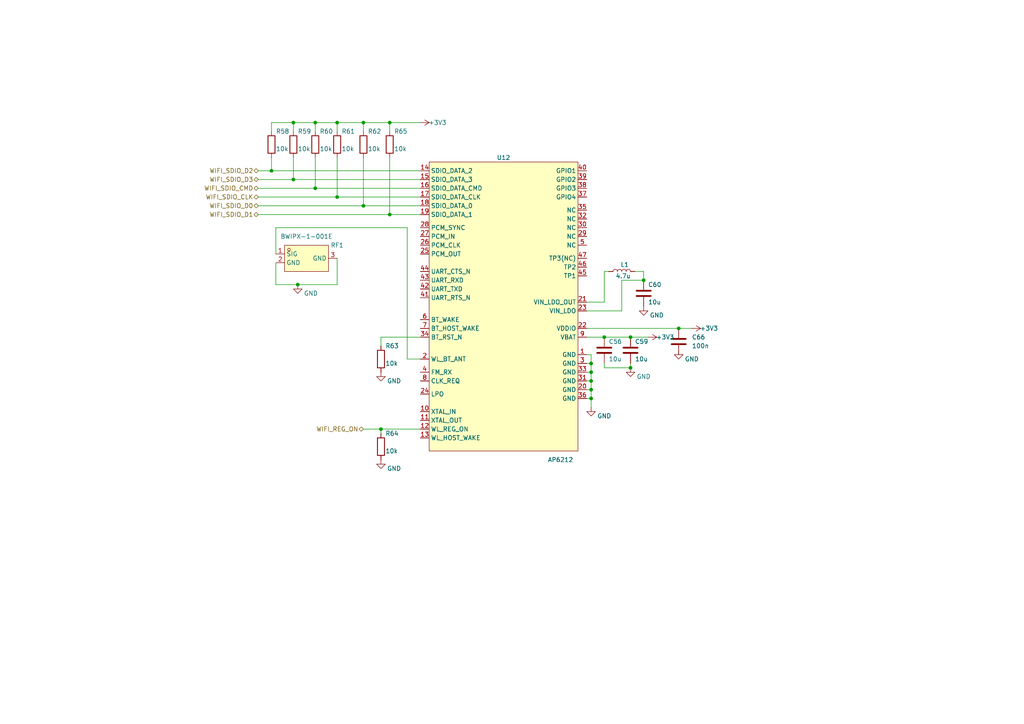
<source format=kicad_sch>
(kicad_sch (version 20211123) (generator eeschema)
  (paper "A4")
  (lib_symbols
    (symbol "C_19" (pin_numbers hide) (pin_names (offset 0.254))
      (property "Reference" "C" (at 0.635 2.54 0))
      (property "Value" "C_19" (at 0.635 -2.54 0))
      (symbol "C_19_0_1"
        (polyline (pts (xy -2.032 -0.762) (xy 2.032 -0.762)) (stroke (width 0.508)))
        (polyline (pts (xy -2.032 0.762) (xy 2.032 0.762)) (stroke (width 0.508)))
      )
      (symbol "C_19_1_1"
        (pin passive line (at 0 3.81 270) (length 2.794) (name "~") (number "1"))
        (pin passive line (at 0 -3.81 90) (length 2.794) (name "~") (number "2"))
      )
    )
    (symbol "C_7" (pin_numbers hide) (pin_names (offset 0.254))
      (property "Reference" "C" (at 0.635 2.54 0))
      (property "Value" "C_7" (at 0.635 -2.54 0))
      (symbol "C_7_0_1"
        (polyline (pts (xy -2.032 -0.762) (xy 2.032 -0.762)) (stroke (width 0.508)))
        (polyline (pts (xy -2.032 0.762) (xy 2.032 0.762)) (stroke (width 0.508)))
      )
      (symbol "C_7_1_1"
        (pin passive line (at 0 3.81 270) (length 2.794) (name "~") (number "1"))
        (pin passive line (at 0 -3.81 90) (length 2.794) (name "~") (number "2"))
      )
    )
    (symbol "power:+3V3" (power) (pin_names (offset 0))
      (property "Value" "+3V3" (at 0 3.556 0))
      (symbol "+3V3_0_1"
        (polyline (pts (xy -0.762 1.27) (xy 0 2.54)))
        (polyline (pts (xy 0 0) (xy 0 2.54)))
        (polyline (pts (xy 0 2.54) (xy 0.762 1.27)))
      )
      (symbol "+3V3_1_1"
        (pin power_in line (at 0 0 90) (length 0) hide (name "+3V3") (number "1"))
      )
    )
    (symbol "power:GND" (power) (pin_names (offset 0))
      (property "Value" "GND" (at 0 -3.81 0))
      (symbol "GND_0_1"
        (polyline (pts (xy 0 0) (xy 0 -1.27) (xy 1.27 -1.27) (xy 0 -2.54) (xy -1.27 -1.27) (xy 0 -1.27)))
      )
      (symbol "GND_1_1"
        (pin power_in line (at 0 0 270) (length 0) hide (name "GND") (number "1"))
      )
    )
    (symbol "rlib_connectors:BWIPX-1-001E"
      (property "Reference" "RF" (at 0 6.35 0))
      (property "Value" "BWIPX-1-001E" (at 0 -6.35 0))
      (symbol "BWIPX-1-001E_0_1"
        (rectangle (start -6.35 3.81) (end 6.35 -3.81) (fill (type background)))
        (circle (center -5.08 2.54) (radius 0.38))
        (pin unspecified line (at -8.89 1.27 0) (length 2.54) (name "SIG") (number "1"))
        (pin unspecified line (at -8.89 -1.27 0) (length 2.54) (name "GND") (number "2"))
        (pin unspecified line (at 8.89 0 180) (length 2.54) (name "GND") (number "3"))
      )
    )
    (symbol "rlib_modules:AP6212"
      (property "Reference" "U" (at 0 33.02 0))
      (property "Value" "AP6212" (at 0 -59.69 0))
      (symbol "AP6212_0_1"
        (rectangle (start -21.59 31.75) (end 21.59 -52.07) (fill (type background)))
        (pin unspecified line (at 24.13 -24.13 180) (length 2.54) (name "GND") (number "1"))
        (pin unspecified line (at -24.13 -40.64 0) (length 2.54) (name "XTAL_IN") (number "10"))
        (pin unspecified line (at -24.13 -43.18 0) (length 2.54) (name "XTAL_OUT") (number "11"))
        (pin unspecified line (at -24.13 -45.72 0) (length 2.54) (name "WL_REG_ON") (number "12"))
        (pin unspecified line (at -24.13 -48.26 0) (length 2.54) (name "WL_HOST_WAKE") (number "13"))
        (pin unspecified line (at -24.13 29.21 0) (length 2.54) (name "SDIO_DATA_2") (number "14"))
        (pin unspecified line (at -24.13 26.67 0) (length 2.54) (name "SDIO_DATA_3") (number "15"))
        (pin unspecified line (at -24.13 24.13 0) (length 2.54) (name "SDIO_DATA_CMD") (number "16"))
        (pin unspecified line (at -24.13 21.59 0) (length 2.54) (name "SDIO_DATA_CLK") (number "17"))
        (pin unspecified line (at -24.13 19.05 0) (length 2.54) (name "SDIO_DATA_0") (number "18"))
        (pin unspecified line (at -24.13 16.51 0) (length 2.54) (name "SDIO_DATA_1") (number "19"))
        (pin unspecified line (at -24.13 -25.4 0) (length 2.54) (name "WL_BT_ANT") (number "2"))
        (pin unspecified line (at 24.13 -34.29 180) (length 2.54) (name "GND") (number "20"))
        (pin unspecified line (at 24.13 -8.89 180) (length 2.54) (name "VIN_LDO_OUT") (number "21"))
        (pin unspecified line (at 24.13 -16.51 180) (length 2.54) (name "VDDIO") (number "22"))
        (pin unspecified line (at 24.13 -11.43 180) (length 2.54) (name "VIN_LDO") (number "23"))
        (pin unspecified line (at -24.13 -35.56 0) (length 2.54) (name "LPO") (number "24"))
        (pin unspecified line (at -24.13 5.08 0) (length 2.54) (name "PCM_OUT") (number "25"))
        (pin unspecified line (at -24.13 7.62 0) (length 2.54) (name "PCM_CLK") (number "26"))
        (pin unspecified line (at -24.13 10.16 0) (length 2.54) (name "PCM_IN") (number "27"))
        (pin unspecified line (at -24.13 12.7 0) (length 2.54) (name "PCM_SYNC") (number "28"))
        (pin unspecified line (at 24.13 10.16 180) (length 2.54) (name "NC") (number "29"))
        (pin unspecified line (at 24.13 -26.67 180) (length 2.54) (name "GND") (number "3"))
        (pin unspecified line (at 24.13 12.7 180) (length 2.54) (name "NC") (number "30"))
        (pin unspecified line (at 24.13 -31.75 180) (length 2.54) (name "GND") (number "31"))
        (pin unspecified line (at 24.13 15.24 180) (length 2.54) (name "NC") (number "32"))
        (pin unspecified line (at 24.13 -29.21 180) (length 2.54) (name "GND") (number "33"))
        (pin unspecified line (at -24.13 -19.05 0) (length 2.54) (name "BT_RST_N") (number "34"))
        (pin unspecified line (at 24.13 17.78 180) (length 2.54) (name "NC") (number "35"))
        (pin unspecified line (at 24.13 -36.83 180) (length 2.54) (name "GND") (number "36"))
        (pin unspecified line (at 24.13 21.59 180) (length 2.54) (name "GPIO4") (number "37"))
        (pin unspecified line (at 24.13 24.13 180) (length 2.54) (name "GPIO3") (number "38"))
        (pin unspecified line (at 24.13 26.67 180) (length 2.54) (name "GPIO2") (number "39"))
        (pin unspecified line (at -24.13 -29.21 0) (length 2.54) (name "FM_RX") (number "4"))
        (pin unspecified line (at 24.13 29.21 180) (length 2.54) (name "GPIO1") (number "40"))
        (pin unspecified line (at -24.13 -7.62 0) (length 2.54) (name "UART_RTS_N") (number "41"))
        (pin unspecified line (at -24.13 -5.08 0) (length 2.54) (name "UART_TXD") (number "42"))
        (pin unspecified line (at -24.13 -2.54 0) (length 2.54) (name "UART_RXD") (number "43"))
        (pin unspecified line (at -24.13 0 0) (length 2.54) (name "UART_CTS_N") (number "44"))
        (pin unspecified line (at 24.13 -1.27 180) (length 2.54) (name "TP1") (number "45"))
        (pin unspecified line (at 24.13 1.27 180) (length 2.54) (name "TP2") (number "46"))
        (pin unspecified line (at 24.13 3.81 180) (length 2.54) (name "TP3(NC)") (number "47"))
        (pin unspecified line (at 24.13 7.62 180) (length 2.54) (name "NC") (number "5"))
        (pin unspecified line (at -24.13 -13.97 0) (length 2.54) (name "BT_WAKE") (number "6"))
        (pin unspecified line (at -24.13 -16.51 0) (length 2.54) (name "BT_HOST_WAKE") (number "7"))
        (pin unspecified line (at -24.13 -31.75 0) (length 2.54) (name "CLK_REQ") (number "8"))
        (pin unspecified line (at 24.13 -19.05 180) (length 2.54) (name "VBAT") (number "9"))
      )
    )
    (symbol "rlib_passive:L" (pin_numbers hide) (pin_names (offset 1.016) hide)
      (property "Reference" "L" (at -1.27 0 90))
      (property "Value" "L" (at 1.905 0 90))
      (symbol "L_0_1"
        (arc (start 0 -2.54) (mid 0.635 -1.905) (end 0 -1.27))
        (arc (start 0 -1.27) (mid 0.635 -0.635) (end 0 0))
        (arc (start 0 0) (mid 0.635 0.635) (end 0 1.27))
        (arc (start 0 1.27) (mid 0.635 1.905) (end 0 2.54))
      )
      (symbol "L_1_1"
        (pin passive line (at 0 3.81 270) (length 1.27) (name "1") (number "1"))
        (pin passive line (at 0 -3.81 90) (length 1.27) (name "2") (number "2"))
      )
    )
    (symbol "rlib_passive:R" (pin_numbers hide) (pin_names (offset 0))
      (property "Reference" "R" (at 2.032 0 90))
      (property "Value" "R" (at 0 0 90))
      (symbol "R_0_1"
        (rectangle (start -1.016 -2.54) (end 1.016 2.54) (stroke (width 0.254)))
      )
      (symbol "R_1_1"
        (pin passive line (at 0 3.81 270) (length 1.27) (name "~") (number "1"))
        (pin passive line (at 0 -3.81 90) (length 1.27) (name "~") (number "2"))
      )
    )
  )
  (junction (at 171.45 105.41))
  (junction (at 105.41 59.69))
  (junction (at 85.09 52.07))
  (junction (at 105.41 35.56))
  (junction (at 110.49 124.46))
  (junction (at 182.88 97.79))
  (junction (at 175.26 97.79))
  (junction (at 85.09 35.56))
  (junction (at 91.44 54.61))
  (junction (at 196.85 95.25))
  (junction (at 171.45 113.03))
  (junction (at 182.88 106.68))
  (junction (at 186.69 81.28))
  (junction (at 97.79 35.56))
  (junction (at 97.79 57.15))
  (junction (at 78.74 49.53))
  (junction (at 113.03 35.56))
  (junction (at 171.45 115.57))
  (junction (at 171.45 110.49))
  (junction (at 91.44 35.56))
  (junction (at 86.36 82.55))
  (junction (at 113.03 62.23))
  (junction (at 171.45 107.95))
  (wire (pts (xy 175.26 106.68) (xy 182.88 106.68)))
  (wire (pts (xy 170.18 97.79) (xy 175.26 97.79)))
  (wire (pts (xy 86.36 82.55) (xy 80.01 82.55)))
  (wire (pts (xy 196.85 102.87) (xy 196.85 101.6)))
  (wire (pts (xy 170.18 95.25) (xy 196.85 95.25)))
  (wire (pts (xy 186.69 81.28) (xy 186.69 78.74)))
  (wire (pts (xy 196.85 95.25) (xy 200.66 95.25)))
  (wire (pts (xy 110.49 100.33) (xy 110.49 97.79)))
  (wire (pts (xy 105.41 45.72) (xy 105.41 59.69)))
  (wire (pts (xy 110.49 124.46) (xy 110.49 125.73)))
  (wire (pts (xy 110.49 97.79) (xy 121.92 97.79)))
  (wire (pts (xy 78.74 49.53) (xy 121.92 49.53)))
  (wire (pts (xy 171.45 115.57) (xy 170.18 115.57)))
  (wire (pts (xy 171.45 105.41) (xy 171.45 107.95)))
  (wire (pts (xy 171.45 102.87) (xy 171.45 105.41)))
  (wire (pts (xy 118.11 66.04) (xy 118.11 104.14)))
  (wire (pts (xy 97.79 57.15) (xy 121.92 57.15)))
  (wire (pts (xy 105.41 124.46) (xy 110.49 124.46)))
  (wire (pts (xy 85.09 35.56) (xy 91.44 35.56)))
  (wire (pts (xy 113.03 35.56) (xy 121.92 35.56)))
  (wire (pts (xy 105.41 59.69) (xy 121.92 59.69)))
  (wire (pts (xy 97.79 35.56) (xy 105.41 35.56)))
  (wire (pts (xy 186.69 78.74) (xy 184.15 78.74)))
  (wire (pts (xy 85.09 45.72) (xy 85.09 52.07)))
  (wire (pts (xy 74.93 49.53) (xy 78.74 49.53)))
  (wire (pts (xy 97.79 45.72) (xy 97.79 57.15)))
  (wire (pts (xy 97.79 82.55) (xy 86.36 82.55)))
  (wire (pts (xy 171.45 110.49) (xy 170.18 110.49)))
  (wire (pts (xy 80.01 66.04) (xy 118.11 66.04)))
  (wire (pts (xy 80.01 73.66) (xy 80.01 66.04)))
  (wire (pts (xy 97.79 74.93) (xy 97.79 82.55)))
  (wire (pts (xy 180.34 81.28) (xy 186.69 81.28)))
  (wire (pts (xy 97.79 35.56) (xy 97.79 38.1)))
  (wire (pts (xy 171.45 107.95) (xy 171.45 110.49)))
  (wire (pts (xy 175.26 87.63) (xy 170.18 87.63)))
  (wire (pts (xy 171.45 113.03) (xy 171.45 115.57)))
  (wire (pts (xy 182.88 97.79) (xy 187.96 97.79)))
  (wire (pts (xy 171.45 115.57) (xy 171.45 118.11)))
  (wire (pts (xy 74.93 57.15) (xy 97.79 57.15)))
  (wire (pts (xy 91.44 35.56) (xy 97.79 35.56)))
  (wire (pts (xy 113.03 62.23) (xy 121.92 62.23)))
  (wire (pts (xy 113.03 45.72) (xy 113.03 62.23)))
  (wire (pts (xy 91.44 45.72) (xy 91.44 54.61)))
  (wire (pts (xy 80.01 82.55) (xy 80.01 76.2)))
  (wire (pts (xy 175.26 97.79) (xy 182.88 97.79)))
  (wire (pts (xy 85.09 35.56) (xy 85.09 38.1)))
  (wire (pts (xy 85.09 52.07) (xy 121.92 52.07)))
  (wire (pts (xy 74.93 52.07) (xy 85.09 52.07)))
  (wire (pts (xy 171.45 113.03) (xy 170.18 113.03)))
  (wire (pts (xy 74.93 62.23) (xy 113.03 62.23)))
  (wire (pts (xy 105.41 35.56) (xy 113.03 35.56)))
  (wire (pts (xy 175.26 105.41) (xy 175.26 106.68)))
  (wire (pts (xy 180.34 81.28) (xy 180.34 90.17)))
  (wire (pts (xy 110.49 124.46) (xy 121.92 124.46)))
  (wire (pts (xy 78.74 38.1) (xy 78.74 35.56)))
  (wire (pts (xy 175.26 78.74) (xy 176.53 78.74)))
  (wire (pts (xy 105.41 35.56) (xy 105.41 38.1)))
  (wire (pts (xy 78.74 45.72) (xy 78.74 49.53)))
  (wire (pts (xy 171.45 107.95) (xy 170.18 107.95)))
  (wire (pts (xy 91.44 35.56) (xy 91.44 38.1)))
  (wire (pts (xy 175.26 78.74) (xy 175.26 87.63)))
  (wire (pts (xy 171.45 102.87) (xy 170.18 102.87)))
  (wire (pts (xy 74.93 59.69) (xy 105.41 59.69)))
  (wire (pts (xy 182.88 105.41) (xy 182.88 106.68)))
  (wire (pts (xy 78.74 35.56) (xy 85.09 35.56)))
  (wire (pts (xy 171.45 105.41) (xy 170.18 105.41)))
  (wire (pts (xy 91.44 54.61) (xy 121.92 54.61)))
  (wire (pts (xy 74.93 54.61) (xy 91.44 54.61)))
  (wire (pts (xy 171.45 110.49) (xy 171.45 113.03)))
  (wire (pts (xy 170.18 90.17) (xy 180.34 90.17)))
  (wire (pts (xy 118.11 104.14) (xy 121.92 104.14)))
  (wire (pts (xy 113.03 35.56) (xy 113.03 38.1)))
  (hierarchical_label "WIFI_SDIO_D1" (shape bidirectional) (at 74.93 62.23 180))
  (hierarchical_label "WIFI_SDIO_D2" (shape bidirectional) (at 74.93 49.53 180))
  (hierarchical_label "WIFI_SDIO_CLK" (shape bidirectional) (at 74.93 57.15 180))
  (hierarchical_label "WIFI_SDIO_D0" (shape bidirectional) (at 74.93 59.69 180))
  (hierarchical_label "WIFI_REG_ON" (shape bidirectional) (at 105.41 124.46 180))
  (hierarchical_label "WIFI_SDIO_D3" (shape bidirectional) (at 74.93 52.07 180))
  (hierarchical_label "WIFI_SDIO_CMD" (shape bidirectional) (at 74.93 54.61 180))
  (symbol (lib_id "rlib_passive:R") (at 110.49 104.14 0) (unit 1)
    (property "Reference" "R63" (at 111.76 100.33 0) (effects (justify left)))
    (property "Value" "10k" (at 111.76 105.41 0) (effects (justify left)))
    (property "Footprint" "rlib_passive:R_0603_1608Metric" (effects hide))
    (property "Tolerance" "1%" (effects hide))
    (property "Manufacturer" "Viking Tech" (effects hide))
    (property "LCSC partnumber" "C217687" (effects hide))
    (property "Mnfct. partnumber" "ARG03FTC1002" (effects hide))
  )
  (symbol (lib_id "rlib_passive:R") (at 110.49 129.54 0) (unit 1)
    (property "Reference" "R64" (at 111.76 125.73 0) (effects (justify left)))
    (property "Value" "10k" (at 111.76 130.81 0) (effects (justify left)))
    (property "Footprint" "rlib_passive:R_0603_1608Metric" (effects hide))
    (property "Tolerance" "1%" (effects hide))
    (property "Manufacturer" "Viking Tech" (effects hide))
    (property "LCSC partnumber" "C217687" (effects hide))
    (property "Mnfct. partnumber" "ARG03FTC1002" (effects hide))
  )
  (symbol (lib_id "power:GND") (at 110.49 133.35 0) (unit 1)
    (property "Reference" "#PWR027" (effects hide))
    (property "Value" "GND" (at 114.3 135.89 0))
  )
  (symbol (lib_id "rlib_modules:AP6212") (at 146.05 78.74 0) (unit 1)
    (property "Reference" "U12" (at 146.05 45.72 0))
    (property "Value" "AP6212" (at 162.56 133.35 0))
    (property "Footprint" "rlib_modules:QFN-44_L12.0-W12.0-P0.90-TL_AP6212" (effects hide))
    (property "Manufacturer" "AMPAK(正基科技)" (effects hide))
    (property "LCSC Part" "C2798300" (effects hide))
    (property "JLC Part" "Extended Part" (effects hide))
    (property "Footprint" "rlib_modules:QFN-44_L12.0-W12.0-P0.90-TL_AP6212" (effects hide))
    (property "Reference" "U" (effects hide))
    (property "Value" "AP6212" (effects hide))
    (property "Mnfct. partnumber" "AP6212" (effects hide))
  )
  (symbol (lib_id "power:+3V3") (at 200.66 95.25 270) (unit 1)
    (property "Reference" "#PWR0140" (effects hide))
    (property "Value" "+3V3" (at 208.28 95.25 90) (effects (justify right)))
  )
  (symbol (lib_id "rlib_connectors:BWIPX-1-001E") (at 88.9 74.93 0) (unit 1)
    (property "Reference" "RF1" (at 97.79 71.12 0))
    (property "Value" "BWIPX-1-001E" (at 88.9 68.58 0))
    (property "Footprint" "rlib_connectors:IPEX-SMD_BWIPX-1-001E" (effects hide))
    (property "Manufacturer" "BAT WIRELESS(蝙蝠无线)" (effects hide))
    (property "LCSC Part" "C496552" (effects hide))
    (property "JLC Part" "Extended Part" (effects hide))
  )
  (symbol (lib_name "C_7") (lib_id "rlib_passive:C") (at 196.85 99.06 0) (unit 1)
    (property "Reference" "C66" (at 200.66 97.7899 0) (effects (justify left)))
    (property "Value" "100n" (at 200.66 100.3299 0) (effects (justify left)))
    (property "Footprint" "rlib_passive:C_0603_1608Metric" (effects hide))
    (property "Manufacturer" "Murata" (effects hide))
    (property "Mnfct. partnumber" "GRM188R71C104KA01D " (effects hide))
    (property "LCSC partnumber" "C45000" (effects hide))
  )
  (symbol (lib_id "power:GND") (at 196.85 101.6 0) (unit 1)
    (property "Reference" "#PWR0141" (effects hide))
    (property "Value" "GND" (at 200.66 104.14 0))
  )
  (symbol (lib_name "C_19") (lib_id "rlib_passive:C") (at 182.88 101.6 0) (unit 1)
    (property "Reference" "C59" (at 184.15 99.06 0) (effects (justify left)))
    (property "Value" "10u" (at 184.15 104.14 0) (effects (justify left)))
    (property "Footprint" "rlib_passive:C_0603_1608Metric" (effects hide))
    (property "Manufacturer" "Murata" (effects hide))
    (property "Mnfct. partnumber" "GRM188R61E106MA73D " (effects hide))
    (property "LCSC partnumber" "C91606" (effects hide))
  )
  (symbol (lib_id "power:GND") (at 86.36 82.55 0) (unit 1)
    (property "Reference" "#PWR0143" (effects hide))
    (property "Value" "GND" (at 90.17 85.09 0))
  )
  (symbol (lib_id "power:GND") (at 110.49 107.95 0) (unit 1)
    (property "Reference" "#PWR025" (effects hide))
    (property "Value" "GND" (at 114.3 110.49 0))
  )
  (symbol (lib_id "rlib_passive:L") (at 180.34 78.74 90) (unit 1)
    (property "Reference" "L1" (at 181.1924 76.7822 90))
    (property "Value" "4.7u" (at 180.7551 80.0615 90))
    (property "Footprint" "rlib_passive:IND_LQH32PN4R7NN0L" (effects hide))
  )
  (symbol (lib_id "rlib_passive:R") (at 85.09 41.91 0) (unit 1)
    (property "Reference" "R59" (at 86.36 38.1 0) (effects (justify left)))
    (property "Value" "10k" (at 86.36 43.18 0) (effects (justify left)))
    (property "Footprint" "rlib_passive:R_0603_1608Metric" (effects hide))
    (property "Tolerance" "1%" (effects hide))
    (property "Manufacturer" "Viking Tech" (effects hide))
    (property "LCSC partnumber" "C217687" (effects hide))
    (property "Mnfct. partnumber" "ARG03FTC1002" (effects hide))
  )
  (symbol (lib_id "rlib_passive:R") (at 105.41 41.91 0) (unit 1)
    (property "Reference" "R62" (at 106.68 38.1 0) (effects (justify left)))
    (property "Value" "10k" (at 106.68 43.18 0) (effects (justify left)))
    (property "Footprint" "rlib_passive:R_0603_1608Metric" (effects hide))
    (property "Tolerance" "1%" (effects hide))
    (property "Manufacturer" "Viking Tech" (effects hide))
    (property "LCSC partnumber" "C217687" (effects hide))
    (property "Mnfct. partnumber" "ARG03FTC1002" (effects hide))
  )
  (symbol (lib_id "power:GND") (at 171.45 118.11 0) (unit 1)
    (property "Reference" "#PWR0144" (effects hide))
    (property "Value" "GND" (at 175.26 120.65 0))
  )
  (symbol (lib_id "power:GND") (at 182.88 106.68 0) (unit 1)
    (property "Reference" "#PWR0139" (effects hide))
    (property "Value" "GND" (at 186.69 109.22 0))
  )
  (symbol (lib_id "power:+3V3") (at 121.92 35.56 270) (unit 1)
    (property "Reference" "#PWR0145" (effects hide))
    (property "Value" "+3V3" (at 129.54 35.56 90) (effects (justify right)))
  )
  (symbol (lib_name "C_19") (lib_id "rlib_passive:C") (at 175.26 101.6 0) (unit 1)
    (property "Reference" "C56" (at 176.53 99.06 0) (effects (justify left)))
    (property "Value" "10u" (at 176.53 104.14 0) (effects (justify left)))
    (property "Footprint" "rlib_passive:C_0603_1608Metric" (effects hide))
    (property "Manufacturer" "Murata" (effects hide))
    (property "Mnfct. partnumber" "GRM188R61E106MA73D " (effects hide))
    (property "LCSC partnumber" "C91606" (effects hide))
  )
  (symbol (lib_id "power:GND") (at 186.69 88.9 0) (unit 1)
    (property "Reference" "#PWR0142" (effects hide))
    (property "Value" "GND" (at 190.5 91.44 0))
  )
  (symbol (lib_id "rlib_passive:R") (at 97.79 41.91 0) (unit 1)
    (property "Reference" "R61" (at 99.06 38.1 0) (effects (justify left)))
    (property "Value" "10k" (at 99.06 43.18 0) (effects (justify left)))
    (property "Footprint" "rlib_passive:R_0603_1608Metric" (effects hide))
    (property "Tolerance" "1%" (effects hide))
    (property "Manufacturer" "Viking Tech" (effects hide))
    (property "LCSC partnumber" "C217687" (effects hide))
    (property "Mnfct. partnumber" "ARG03FTC1002" (effects hide))
  )
  (symbol (lib_name "C_19") (lib_id "rlib_passive:C") (at 186.69 85.09 0) (unit 1)
    (property "Reference" "C60" (at 187.96 82.55 0) (effects (justify left)))
    (property "Value" "10u" (at 187.96 87.63 0) (effects (justify left)))
    (property "Footprint" "rlib_passive:C_0603_1608Metric" (effects hide))
    (property "Manufacturer" "Murata" (effects hide))
    (property "Mnfct. partnumber" "GRM188R61E106MA73D " (effects hide))
    (property "LCSC partnumber" "C91606" (effects hide))
  )
  (symbol (lib_id "rlib_passive:R") (at 78.74 41.91 0) (unit 1)
    (property "Reference" "R58" (at 80.01 38.1 0) (effects (justify left)))
    (property "Value" "10k" (at 80.01 43.18 0) (effects (justify left)))
    (property "Footprint" "rlib_passive:R_0603_1608Metric" (effects hide))
    (property "Tolerance" "1%" (effects hide))
    (property "Manufacturer" "Viking Tech" (effects hide))
    (property "LCSC partnumber" "C217687" (effects hide))
    (property "Mnfct. partnumber" "ARG03FTC1002" (effects hide))
  )
  (symbol (lib_id "rlib_passive:R") (at 91.44 41.91 0) (unit 1)
    (property "Reference" "R60" (at 92.71 38.1 0) (effects (justify left)))
    (property "Value" "10k" (at 92.71 43.18 0) (effects (justify left)))
    (property "Footprint" "rlib_passive:R_0603_1608Metric" (effects hide))
    (property "Tolerance" "1%" (effects hide))
    (property "Manufacturer" "Viking Tech" (effects hide))
    (property "LCSC partnumber" "C217687" (effects hide))
    (property "Mnfct. partnumber" "ARG03FTC1002" (effects hide))
  )
  (symbol (lib_id "power:+3V3") (at 187.96 97.79 270) (unit 1)
    (property "Reference" "#PWR0113" (effects hide))
    (property "Value" "+3V3" (at 195.58 97.79 90) (effects (justify right)))
  )
  (symbol (lib_id "rlib_passive:R") (at 113.03 41.91 0) (unit 1)
    (property "Reference" "R65" (at 114.3 38.1 0) (effects (justify left)))
    (property "Value" "10k" (at 114.3 43.18 0) (effects (justify left)))
    (property "Footprint" "rlib_passive:R_0603_1608Metric" (effects hide))
    (property "Tolerance" "1%" (effects hide))
    (property "Manufacturer" "Viking Tech" (effects hide))
    (property "LCSC partnumber" "C217687" (effects hide))
    (property "Mnfct. partnumber" "ARG03FTC1002" (effects hide))
  )
)
</source>
